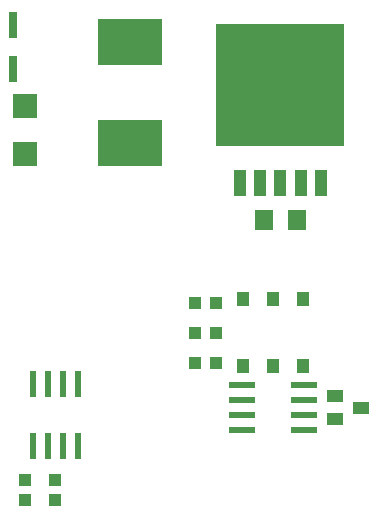
<source format=gtp>
G75*
G70*
%OFA0B0*%
%FSLAX24Y24*%
%IPPOS*%
%LPD*%
%AMOC8*
5,1,8,0,0,1.08239X$1,22.5*
%
%ADD10R,0.0240X0.0870*%
%ADD11R,0.0870X0.0240*%
%ADD12R,0.0433X0.0394*%
%ADD13R,0.0394X0.0453*%
%ADD14R,0.0551X0.0394*%
%ADD15R,0.4252X0.4098*%
%ADD16R,0.0420X0.0850*%
%ADD17R,0.2165X0.1575*%
%ADD18R,0.0787X0.0787*%
%ADD19R,0.0630X0.0709*%
%ADD20R,0.0256X0.0866*%
%ADD21R,0.0394X0.0433*%
D10*
X016750Y004600D03*
X017250Y004600D03*
X017750Y004600D03*
X018250Y004600D03*
X018250Y006660D03*
X017750Y006660D03*
X017250Y006660D03*
X016750Y006660D03*
D11*
X023720Y006630D03*
X023720Y006130D03*
X023720Y005630D03*
X023720Y005130D03*
X025780Y005130D03*
X025780Y005630D03*
X025780Y006130D03*
X025780Y006630D03*
D12*
X022835Y007380D03*
X022165Y007380D03*
X022165Y008380D03*
X022835Y008380D03*
X022835Y009380D03*
X022165Y009380D03*
D13*
X023766Y009492D03*
X024750Y009492D03*
X025734Y009492D03*
X025734Y007268D03*
X024750Y007268D03*
X023766Y007268D03*
D14*
X026817Y006254D03*
X027683Y005880D03*
X026817Y005506D03*
D15*
X025000Y016630D03*
D16*
X025000Y013350D03*
X024330Y013350D03*
X023660Y013350D03*
X025670Y013350D03*
X026340Y013350D03*
D17*
X020000Y014707D03*
X020000Y018053D03*
D18*
X016500Y015917D03*
X016500Y014343D03*
D19*
X024449Y012130D03*
X025551Y012130D03*
D20*
X016079Y017171D03*
X016079Y018628D03*
D21*
X016500Y002795D03*
X017500Y002795D03*
X017500Y003465D03*
X016500Y003465D03*
M02*

</source>
